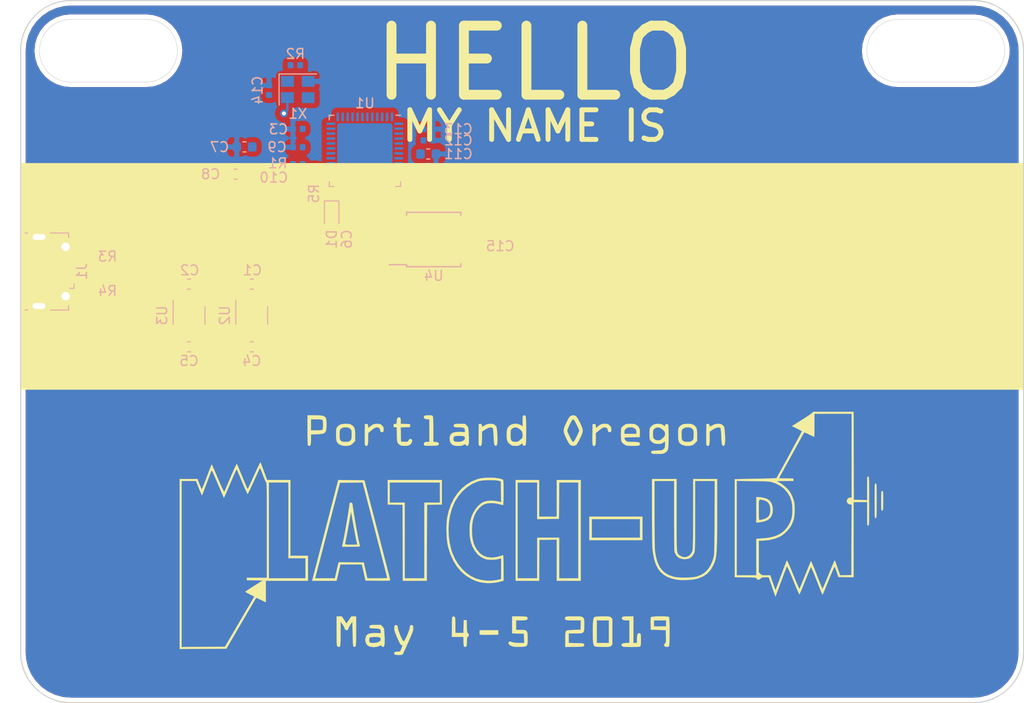
<source format=kicad_pcb>
(kicad_pcb (version 20190331) (host pcbnew "(5.1.0-218-ge90452d)")
  (layers (0 "F.Cu" signal) (31 "B.Cu" signal) (34 "B.Paste" user) (35 "F.Paste" user) (36 "B.SilkS" user) (37 "F.SilkS" user) (38 "B.Mask" user) (39 "F.Mask" user) (44 "Edge.Cuts" user))
  (net 0 "")
  (net 1 "Net-(U1-Pad48)")
  (net 2 "Net-(U1-Pad47)")
  (net 3 "Net-(U1-Pad46)")
  (net 4 "Net-(U1-Pad45)")
  (net 5 "Net-(U1-Pad44)")
  (net 6 "Net-(U1-Pad43)")
  (net 7 "Net-(U1-Pad42)")
  (net 8 "Net-(U1-Pad41)")
  (net 9 "Net-(U1-Pad40)")
  (net 10 "Net-(U1-Pad39)")
  (net 11 "Net-(U1-Pad38)")
  (net 12 "Net-(U1-Pad37)")
  (net 13 "Net-(U1-Pad36)")
  (net 14 "Net-(U1-Pad35)")
  (net 15 "Net-(U1-Pad34)")
  (net 16 "Net-(U1-Pad32)")
  (net 17 "Net-(U1-Pad31)")
  (net 18 "Net-(U1-Pad28)")
  (net 19 "Net-(U1-Pad25)")
  (net 20 "Net-(U1-Pad23)")
  (net 21 "Net-(U1-Pad21)")
  (net 22 "Net-(U1-Pad20)")
  (net 23 "Net-(U1-Pad19)")
  (net 24 "Net-(U1-Pad18)")
  (net 25 "Net-(U1-Pad13)")
  (net 26 "Net-(U1-Pad12)")
  (net 27 "Net-(U1-Pad11)")
  (net 28 "Net-(U1-Pad10)")
  (net 29 "Net-(U1-Pad9)")
  (net 30 "Net-(U1-Pad8)")
  (net 31 "Net-(U1-Pad7)")
  (net 32 "Net-(U1-Pad6)")
  (net 33 "Net-(U1-Pad4)")
  (net 34 "Net-(U1-Pad3)")
  (net 35 "Net-(U1-Pad2)")
  (net 36 "GND")
  (net 37 "+5V")
  (net 38 "+3V3")
  (net 39 "+1V2")
  (net 40 "Net-(C10-Pad1)")
  (net 41 "Net-(D1-Pad1)")
  (net 42 "Net-(U2-Pad4)")
  (net 43 "Net-(U3-Pad4)")
  (net 44 "Net-(R2-Pad1)")
  (net 45 "Net-(U4-Pad7)")
  (net 46 "Net-(U4-Pad3)")
  (net 47 "Net-(J?1555295715-Pad3)")
  (net 48 "Net-(R?1555303253-Pad1)")
  (net 49 "Net-(J?1555295715-Pad2)")
  (net 50 "Net-(R?1555309571-Pad1)")
  (net 51 "/ICE40_SPI_SI")
  (net 52 "/ICE40_SPI_SS")
  (net 53 "/ICE40_SPI_SCK")
  (net 54 "/ICE40_SPI_SO")
  (net 55 "Net-(J?1555295715-Pad4)")
  (module "latchup-badge:logo_1" (layer "F.Cu") (at 127 104.14)
    (fp_text reference "G***" hide)
    (fp_text value "LOGO" hide)
  )
  (module "latchup-badge:logo" (layer "F.Cu") (at 127 104.14)
    (fp_text reference "G***" hide)
    (fp_text value "LOGO" hide)
  )
  (module "Connector_USB:USB_Micro-B_Molex-105017-0001" (layer "B.Cu") (at 79.29372 78.2447 90)
    (fp_text reference "J1" (at 0 3.1125 270) (layer "B.SilkS") (effects (justify mirror)))
    (fp_text value "USB_B_Micro")
    (pad "6" smd rect (at -2.9 -1.2375 90) (size 1.2 1.9) (layers "B.Cu" "B.Mask") (net 36 "GND"))
    (pad "6" smd rect (at 2.9 -1.2375 90) (size 1.2 1.9) (layers "B.Cu" "B.Mask") (net 36 "GND"))
    (pad "6" thru_hole oval (at 3.5 -1.2375 90) (size 1.2 1.9) (drill oval 0.6 1.3) (layers *.Cu *.Mask) (net 36 "GND"))
    (pad "6" thru_hole oval (at -3.5 -1.2375 270) (size 1.2 1.9) (drill oval 0.6 1.3) (layers *.Cu *.Mask) (net 36 "GND"))
    (pad "6" smd rect (at -1 -1.2375 90) (size 1.5 1.9) (layers "B.Cu" "B.Paste" "B.Mask") (net 36 "GND"))
    (pad "6" thru_hole circle (at 2.5 1.4625 90) (size 1.45 1.45) (drill 0.85) (layers *.Cu *.Mask) (net 36 "GND"))
    (pad "3" smd rect (at 0 1.4625 90) (size 0.4 1.35) (layers "B.Cu" "B.Paste" "B.Mask") (net 47 "Net-(J?1555295715-Pad3)"))
    (pad "4" smd rect (at 0.65 1.4625 90) (size 0.4 1.35) (layers "B.Cu" "B.Paste" "B.Mask") (net 55 "Net-(J?1555295715-Pad4)"))
    (pad "5" smd rect (at 1.3 1.4625 90) (size 0.4 1.35) (layers "B.Cu" "B.Paste" "B.Mask") (net 36 "GND"))
    (pad "1" smd rect (at -1.3 1.4625 90) (size 0.4 1.35) (layers "B.Cu" "B.Paste" "B.Mask") (net 37 "+5V"))
    (pad "2" smd rect (at -0.65 1.4625 90) (size 0.4 1.35) (layers "B.Cu" "B.Paste" "B.Mask") (net 49 "Net-(J?1555295715-Pad2)"))
    (pad "6" thru_hole circle (at -2.5 1.4625 90) (size 1.45 1.45) (drill 0.85) (layers *.Cu *.Mask) (net 36 "GND"))
    (pad "6" smd rect (at 1 -1.2375 90) (size 1.5 1.9) (layers "B.Cu" "B.Paste" "B.Mask") (net 36 "GND"))
  )
  (module "Resistor_SMD:R_0402_1005Metric" (layer "B.Cu") (at 106.02214 68.28536 90)
    (fp_text reference "R5" (at -2.06756 -0.10922 270) (layer "B.SilkS") (effects (justify mirror)))
    (fp_text value "1.5K")
    (pad "2" smd roundrect (at 0.485 0 90) (size 0.59 0.64) (layers "B.Cu" "B.Paste" "B.Mask") (net 48 "Net-(R?1555303253-Pad1)"))
    (pad "1" smd roundrect (at -0.485 0 90) (size 0.59 0.64) (layers "B.Cu" "B.Paste" "B.Mask") (net 19 "Net-(U1-Pad25)"))
  )
  (module "Resistor_SMD:R_0402_1005Metric" (layer "B.Cu") (at 84.99602 78.9305 180)
    (fp_text reference "R4" (at -0.00254 -1.28524) (layer "B.SilkS") (effects (justify mirror)))
    (fp_text value "25")
    (pad "2" smd roundrect (at 0.485 0 180) (size 0.59 0.64) (layers "B.Cu" "B.Paste" "B.Mask") (net 49 "Net-(J?1555295715-Pad2)"))
    (pad "1" smd roundrect (at -0.485 0 180) (size 0.59 0.64) (layers "B.Cu" "B.Paste" "B.Mask") (net 50 "Net-(R?1555309571-Pad1)"))
  )
  (module "Resistor_SMD:R_0402_1005Metric" (layer "B.Cu") (at 84.99602 77.89164 180)
    (fp_text reference "R3" (at 0 1.17) (layer "B.SilkS") (effects (justify mirror)))
    (fp_text value "25")
    (pad "2" smd roundrect (at 0.485 0 180) (size 0.59 0.64) (layers "B.Cu" "B.Paste" "B.Mask") (net 47 "Net-(J?1555295715-Pad3)"))
    (pad "1" smd roundrect (at -0.485 0 180) (size 0.59 0.64) (layers "B.Cu" "B.Paste" "B.Mask") (net 48 "Net-(R?1555303253-Pad1)"))
  )
  (module "Package_SO:SOIJ-8_5.3x5.3mm_P1.27mm" (layer "B.Cu") (at 118.04396 75.00112)
    (fp_text reference "U4" (at 0 3.68) (layer "B.SilkS") (effects (justify mirror)))
    (fp_text value "M25PX32-VMW")
    (pad "8" smd rect (at 3.65 1.905) (size 1.7 0.65) (layers "B.Cu" "B.Paste" "B.Mask") (net 38 "+3V3"))
    (pad "7" smd rect (at 3.65 0.635) (size 1.7 0.65) (layers "B.Cu" "B.Paste" "B.Mask") (net 45 "Net-(U4-Pad7)"))
    (pad "6" smd rect (at 3.65 -0.635) (size 1.7 0.65) (layers "B.Cu" "B.Paste" "B.Mask") (net 53 "/ICE40_SPI_SCK"))
    (pad "5" smd rect (at 3.65 -1.905) (size 1.7 0.65) (layers "B.Cu" "B.Paste" "B.Mask") (net 54 "/ICE40_SPI_SO"))
    (pad "4" smd rect (at -3.65 -1.905) (size 1.7 0.65) (layers "B.Cu" "B.Paste" "B.Mask") (net 36 "GND"))
    (pad "3" smd rect (at -3.65 -0.635) (size 1.7 0.65) (layers "B.Cu" "B.Paste" "B.Mask") (net 46 "Net-(U4-Pad3)"))
    (pad "2" smd rect (at -3.65 0.635) (size 1.7 0.65) (layers "B.Cu" "B.Paste" "B.Mask") (net 51 "/ICE40_SPI_SI"))
    (pad "1" smd rect (at -3.65 1.905) (size 1.7 0.65) (layers "B.Cu" "B.Paste" "B.Mask") (net 52 "/ICE40_SPI_SS"))
  )
  (module "Capacitor_SMD:C_0402_1005Metric" (layer "B.Cu") (at 124.78258 76.84262 180)
    (fp_text reference "C15" (at 0 1.17) (layer "B.SilkS") (effects (justify mirror)))
    (fp_text value ".1uF")
    (pad "2" smd roundrect (at 0.485 0 180) (size 0.59 0.64) (layers "B.Cu" "B.Paste" "B.Mask") (net 38 "+3V3"))
    (pad "1" smd roundrect (at -0.485 0 180) (size 0.59 0.64) (layers "B.Cu" "B.Paste" "B.Mask") (net 36 "GND"))
  )
  (module "Oscillator:Oscillator_SMD_Abracon_ASE-4Pin_3.2x2.5mm" (layer "B.Cu") (at 104.275241 59.809039)
    (fp_text reference "X1" (at 0 2.45 180) (layer "B.SilkS") (effects (justify mirror)))
    (fp_text value "ASE-12.000MHz")
    (pad "4" smd rect (at -1.05 0.825) (size 1.3 1.1) (layers "B.Cu" "B.Paste" "B.Mask") (net 38 "+3V3"))
    (pad "3" smd rect (at 1.05 0.825) (size 1.3 1.1) (layers "B.Cu" "B.Paste" "B.Mask") (net 14 "Net-(U1-Pad35)"))
    (pad "2" smd rect (at 1.05 -0.825) (size 1.3 1.1) (layers "B.Cu" "B.Paste" "B.Mask") (net 36 "GND"))
    (pad "1" smd rect (at -1.05 -0.825) (size 1.3 1.1) (layers "B.Cu" "B.Paste" "B.Mask") (net 44 "Net-(R2-Pad1)"))
  )
  (module "Resistor_SMD:R_0402_1005Metric" (layer "B.Cu") (at 104.02824 57.34304)
    (fp_text reference "R2" (at 0 -1.143 180) (layer "B.SilkS") (effects (justify mirror)))
    (fp_text value "10K")
    (pad "2" smd roundrect (at 0.485 0) (size 0.59 0.64) (layers "B.Cu" "B.Paste" "B.Mask") (net 38 "+3V3"))
    (pad "1" smd roundrect (at -0.485 0) (size 0.59 0.64) (layers "B.Cu" "B.Paste" "B.Mask") (net 44 "Net-(R2-Pad1)"))
  )
  (module "Capacitor_SMD:C_0402_1005Metric" (layer "B.Cu") (at 101.36124 59.88304 270)
    (fp_text reference "C14" (at 0 1.17 90) (layer "B.SilkS") (effects (justify mirror)))
    (fp_text value ".1uF")
    (pad "2" smd roundrect (at 0.485 0 270) (size 0.59 0.64) (layers "B.Cu" "B.Paste" "B.Mask") (net 38 "+3V3"))
    (pad "1" smd roundrect (at -0.485 0 270) (size 0.59 0.64) (layers "B.Cu" "B.Paste" "B.Mask") (net 36 "GND"))
  )
  (module "Package_TO_SOT_SMD:SOT-23-5" (layer "B.Cu") (at 93.258392 82.697579 270)
    (fp_text reference "U3" (at -0.002799 2.727712 90) (layer "B.SilkS") (effects (justify mirror)))
    (fp_text value "TLV70033_SOT23-5")
    (pad "5" smd rect (at 1.1 0.95 270) (size 1.06 0.65) (layers "B.Cu" "B.Paste" "B.Mask") (net 38 "+3V3"))
    (pad "4" smd rect (at 1.1 -0.95 270) (size 1.06 0.65) (layers "B.Cu" "B.Paste" "B.Mask") (net 43 "Net-(U3-Pad4)"))
    (pad "3" smd rect (at -1.1 -0.95 270) (size 1.06 0.65) (layers "B.Cu" "B.Paste" "B.Mask") (net 37 "+5V"))
    (pad "2" smd rect (at -1.1 0 270) (size 1.06 0.65) (layers "B.Cu" "B.Paste" "B.Mask") (net 36 "GND"))
    (pad "1" smd rect (at -1.1 0.95 270) (size 1.06 0.65) (layers "B.Cu" "B.Paste" "B.Mask") (net 37 "+5V"))
  )
  (module "Package_TO_SOT_SMD:SOT-23-5" (layer "B.Cu") (at 99.608392 82.697579 270)
    (fp_text reference "U2" (at -0.002799 2.727712 90) (layer "B.SilkS") (effects (justify mirror)))
    (fp_text value "TLV70012_SOT23-5")
    (pad "5" smd rect (at 1.1 0.95 270) (size 1.06 0.65) (layers "B.Cu" "B.Paste" "B.Mask") (net 39 "+1V2"))
    (pad "4" smd rect (at 1.1 -0.95 270) (size 1.06 0.65) (layers "B.Cu" "B.Paste" "B.Mask") (net 42 "Net-(U2-Pad4)"))
    (pad "3" smd rect (at -1.1 -0.95 270) (size 1.06 0.65) (layers "B.Cu" "B.Paste" "B.Mask") (net 37 "+5V"))
    (pad "2" smd rect (at -1.1 0 270) (size 1.06 0.65) (layers "B.Cu" "B.Paste" "B.Mask") (net 36 "GND"))
    (pad "1" smd rect (at -1.1 0.95 270) (size 1.06 0.65) (layers "B.Cu" "B.Paste" "B.Mask") (net 37 "+5V"))
  )
  (module "Resistor_SMD:R_0402_1005Metric" (layer "B.Cu") (at 104.28224 67.37604 180)
    (fp_text reference "R1" (at 2.03708 0.09144) (layer "B.SilkS") (effects (justify mirror)))
    (fp_text value "100")
    (pad "2" smd roundrect (at 0.485 0 180) (size 0.59 0.64) (layers "B.Cu" "B.Paste" "B.Mask") (net 40 "Net-(C10-Pad1)"))
    (pad "1" smd roundrect (at -0.485 0 180) (size 0.59 0.64) (layers "B.Cu" "B.Paste" "B.Mask") (net 39 "+1V2"))
  )
  (module "Diode_SMD:D_0603_1608Metric" (layer "B.Cu") (at 107.71124 72.58304 270)
    (fp_text reference "D1" (at 2.3875 0 90) (layer "B.SilkS") (effects (justify mirror)))
    (fp_text value "CDBU0520")
    (pad "2" smd roundrect (at 0.7875 0 270) (size 0.875 0.95) (layers "B.Cu" "B.Paste" "B.Mask") (net 38 "+3V3"))
    (pad "1" smd roundrect (at -0.7875 0 270) (size 0.875 0.95) (layers "B.Cu" "B.Paste" "B.Mask") (net 41 "Net-(D1-Pad1)"))
  )
  (module "Capacitor_SMD:C_0402_1005Metric" (layer "B.Cu") (at 117.49024 63.82004 180)
    (fp_text reference "C13" (at -3.048 0) (layer "B.SilkS") (effects (justify mirror)))
    (fp_text value ".1uF")
    (pad "2" smd roundrect (at 0.485 0 180) (size 0.59 0.64) (layers "B.Cu" "B.Paste" "B.Mask") (net 38 "+3V3"))
    (pad "1" smd roundrect (at -0.485 0 180) (size 0.59 0.64) (layers "B.Cu" "B.Paste" "B.Mask") (net 36 "GND"))
  )
  (module "Capacitor_SMD:C_0402_1005Metric" (layer "B.Cu") (at 117.49024 64.96304)
    (fp_text reference "C12" (at 3.048 0 180) (layer "B.SilkS") (effects (justify mirror)))
    (fp_text value ".1uF")
    (pad "2" smd roundrect (at 0.485 0) (size 0.59 0.64) (layers "B.Cu" "B.Paste" "B.Mask") (net 36 "GND"))
    (pad "1" smd roundrect (at -0.485 0) (size 0.59 0.64) (layers "B.Cu" "B.Paste" "B.Mask") (net 39 "+1V2"))
  )
  (module "Capacitor_SMD:C_0603_1608Metric" (layer "B.Cu") (at 117.49013 66.339846)
    (fp_text reference "C11" (at 3.048 0 180) (layer "B.SilkS") (effects (justify mirror)))
    (fp_text value "10uF")
    (pad "2" smd roundrect (at 0.7875 0) (size 0.875 0.95) (layers "B.Cu" "B.Paste" "B.Mask") (net 36 "GND"))
    (pad "1" smd roundrect (at -0.7875 0) (size 0.875 0.95) (layers "B.Cu" "B.Paste" "B.Mask") (net 39 "+1V2"))
  )
  (module "Capacitor_SMD:C_0402_1005Metric" (layer "B.Cu") (at 104.28224 68.39204 180)
    (fp_text reference "C10" (at 2.4384 -0.33274) (layer "B.SilkS") (effects (justify mirror)))
    (fp_text value ".1uF")
    (pad "2" smd roundrect (at 0.485 0 180) (size 0.59 0.64) (layers "B.Cu" "B.Paste" "B.Mask") (net 36 "GND"))
    (pad "1" smd roundrect (at -0.485 0 180) (size 0.59 0.64) (layers "B.Cu" "B.Paste" "B.Mask") (net 40 "Net-(C10-Pad1)"))
  )
  (module "Capacitor_SMD:C_0402_1005Metric" (layer "B.Cu") (at 104.28478 65.65138 180)
    (fp_text reference "C9" (at 2.11582 0.01016) (layer "B.SilkS") (effects (justify mirror)))
    (fp_text value ".1uF")
    (pad "2" smd roundrect (at 0.485 0 180) (size 0.59 0.64) (layers "B.Cu" "B.Paste" "B.Mask") (net 36 "GND"))
    (pad "1" smd roundrect (at -0.485 0 180) (size 0.59 0.64) (layers "B.Cu" "B.Paste" "B.Mask") (net 39 "+1V2"))
  )
  (module "Capacitor_SMD:C_0603_1608Metric" (layer "B.Cu") (at 97.9805 68.38696 180)
    (fp_text reference "C8" (at 2.54 0) (layer "B.SilkS") (effects (justify mirror)))
    (fp_text value "10uF")
    (pad "2" smd roundrect (at 0.7875 0 180) (size 0.875 0.95) (layers "B.Cu" "B.Paste" "B.Mask") (net 36 "GND"))
    (pad "1" smd roundrect (at -0.7875 0 180) (size 0.875 0.95) (layers "B.Cu" "B.Paste" "B.Mask") (net 40 "Net-(C10-Pad1)"))
  )
  (module "Capacitor_SMD:C_0603_1608Metric" (layer "B.Cu") (at 98.87966 65.6209 180)
    (fp_text reference "C7" (at 2.54 -0.020194) (layer "B.SilkS") (effects (justify mirror)))
    (fp_text value "10uF")
    (pad "2" smd roundrect (at 0.7875 0 180) (size 0.875 0.95) (layers "B.Cu" "B.Paste" "B.Mask") (net 36 "GND"))
    (pad "1" smd roundrect (at -0.7875 0 180) (size 0.875 0.95) (layers "B.Cu" "B.Paste" "B.Mask") (net 39 "+1V2"))
  )
  (module "Capacitor_SMD:C_0402_1005Metric" (layer "B.Cu") (at 109.23524 72.58304 90)
    (fp_text reference "C6" (at -2.39 0 270) (layer "B.SilkS") (effects (justify mirror)))
    (fp_text value ".1uF")
    (pad "2" smd roundrect (at 0.485 0 90) (size 0.59 0.64) (layers "B.Cu" "B.Paste" "B.Mask") (net 38 "+3V3"))
    (pad "1" smd roundrect (at -0.485 0 90) (size 0.59 0.64) (layers "B.Cu" "B.Paste" "B.Mask") (net 36 "GND"))
  )
  (module "Capacitor_SMD:C_0603_1608Metric" (layer "B.Cu") (at 93.258392 85.872579)
    (fp_text reference "C5" (at 0 1.43 180) (layer "B.SilkS") (effects (justify mirror)))
    (fp_text value "1uF")
    (pad "2" smd roundrect (at 0.7875 0) (size 0.875 0.95) (layers "B.Cu" "B.Paste" "B.Mask") (net 36 "GND"))
    (pad "1" smd roundrect (at -0.7875 0) (size 0.875 0.95) (layers "B.Cu" "B.Paste" "B.Mask") (net 38 "+3V3"))
  )
  (module "Capacitor_SMD:C_0603_1608Metric" (layer "B.Cu") (at 99.608392 85.872579)
    (fp_text reference "C4" (at 0 1.43 180) (layer "B.SilkS") (effects (justify mirror)))
    (fp_text value "1uF")
    (pad "2" smd roundrect (at 0.7875 0) (size 0.875 0.95) (layers "B.Cu" "B.Paste" "B.Mask") (net 36 "GND"))
    (pad "1" smd roundrect (at -0.7875 0) (size 0.875 0.95) (layers "B.Cu" "B.Paste" "B.Mask") (net 39 "+1V2"))
  )
  (module "Capacitor_SMD:C_0402_1005Metric" (layer "B.Cu") (at 104.282129 63.799845)
    (fp_text reference "C3" (at -1.968389 0.037975 180) (layer "B.SilkS") (effects (justify mirror)))
    (fp_text value ".1uF")
    (pad "2" smd roundrect (at 0.485 0) (size 0.59 0.64) (layers "B.Cu" "B.Paste" "B.Mask") (net 38 "+3V3"))
    (pad "1" smd roundrect (at -0.485 0) (size 0.59 0.64) (layers "B.Cu" "B.Paste" "B.Mask") (net 36 "GND"))
  )
  (module "Capacitor_SMD:C_0603_1608Metric" (layer "B.Cu") (at 93.258392 79.522579)
    (fp_text reference "C2" (at 0.066288 -1.399799 180) (layer "B.SilkS") (effects (justify mirror)))
    (fp_text value "1uF")
    (pad "2" smd roundrect (at 0.7875 0) (size 0.875 0.95) (layers "B.Cu" "B.Paste" "B.Mask") (net 36 "GND"))
    (pad "1" smd roundrect (at -0.7875 0) (size 0.875 0.95) (layers "B.Cu" "B.Paste" "B.Mask") (net 37 "+5V"))
  )
  (module "Capacitor_SMD:C_0603_1608Metric" (layer "B.Cu") (at 99.608392 79.522579)
    (fp_text reference "C1" (at 0.066288 -1.399799 180) (layer "B.SilkS") (effects (justify mirror)))
    (fp_text value "1uF")
    (pad "2" smd roundrect (at 0.7875 0) (size 0.875 0.95) (layers "B.Cu" "B.Paste" "B.Mask") (net 36 "GND"))
    (pad "1" smd roundrect (at -0.7875 0) (size 0.875 0.95) (layers "B.Cu" "B.Paste" "B.Mask") (net 37 "+5V"))
  )
  (module "Package_DFN_QFN:QFN-48-1EP_7x7mm_P0.5mm_EP5.6x5.6mm" (layer "B.Cu") (at 111.072129 66.023846 180)
    (fp_text reference "U1" (at 0 4.82) (layer "B.SilkS") (effects (justify mirror)))
    (fp_text value "ICE40UP5K-SG48ITR")
    (pad "48" smd roundrect (at -2.75 3.4375 180) (size 0.25 0.875) (layers "B.Cu" "B.Paste" "B.Mask") (net 1 "Net-(U1-Pad48)"))
    (pad "47" smd roundrect (at -2.25 3.4375 180) (size 0.25 0.875) (layers "B.Cu" "B.Paste" "B.Mask") (net 2 "Net-(U1-Pad47)"))
    (pad "46" smd roundrect (at -1.75 3.4375 180) (size 0.25 0.875) (layers "B.Cu" "B.Paste" "B.Mask") (net 3 "Net-(U1-Pad46)"))
    (pad "45" smd roundrect (at -1.25 3.4375 180) (size 0.25 0.875) (layers "B.Cu" "B.Paste" "B.Mask") (net 4 "Net-(U1-Pad45)"))
    (pad "44" smd roundrect (at -0.75 3.4375 180) (size 0.25 0.875) (layers "B.Cu" "B.Paste" "B.Mask") (net 5 "Net-(U1-Pad44)"))
    (pad "43" smd roundrect (at -0.25 3.4375 180) (size 0.25 0.875) (layers "B.Cu" "B.Paste" "B.Mask") (net 6 "Net-(U1-Pad43)"))
    (pad "42" smd roundrect (at 0.25 3.4375 180) (size 0.25 0.875) (layers "B.Cu" "B.Paste" "B.Mask") (net 7 "Net-(U1-Pad42)"))
    (pad "41" smd roundrect (at 0.75 3.4375 180) (size 0.25 0.875) (layers "B.Cu" "B.Paste" "B.Mask") (net 8 "Net-(U1-Pad41)"))
    (pad "40" smd roundrect (at 1.25 3.4375 180) (size 0.25 0.875) (layers "B.Cu" "B.Paste" "B.Mask") (net 9 "Net-(U1-Pad40)"))
    (pad "39" smd roundrect (at 1.75 3.4375 180) (size 0.25 0.875) (layers "B.Cu" "B.Paste" "B.Mask") (net 10 "Net-(U1-Pad39)"))
    (pad "38" smd roundrect (at 2.25 3.4375 180) (size 0.25 0.875) (layers "B.Cu" "B.Paste" "B.Mask") (net 11 "Net-(U1-Pad38)"))
    (pad "37" smd roundrect (at 2.75 3.4375 180) (size 0.25 0.875) (layers "B.Cu" "B.Paste" "B.Mask") (net 12 "Net-(U1-Pad37)"))
    (pad "36" smd roundrect (at 3.4375 2.75 180) (size 0.875 0.25) (layers "B.Cu" "B.Paste" "B.Mask") (net 13 "Net-(U1-Pad36)"))
    (pad "35" smd roundrect (at 3.4375 2.25 180) (size 0.875 0.25) (layers "B.Cu" "B.Paste" "B.Mask") (net 14 "Net-(U1-Pad35)"))
    (pad "34" smd roundrect (at 3.4375 1.75 180) (size 0.875 0.25) (layers "B.Cu" "B.Paste" "B.Mask") (net 15 "Net-(U1-Pad34)"))
    (pad "33" smd roundrect (at 3.4375 1.25 180) (size 0.875 0.25) (layers "B.Cu" "B.Paste" "B.Mask") (net 38 "+3V3"))
    (pad "32" smd roundrect (at 3.4375 0.75 180) (size 0.875 0.25) (layers "B.Cu" "B.Paste" "B.Mask") (net 16 "Net-(U1-Pad32)"))
    (pad "31" smd roundrect (at 3.4375 0.25 180) (size 0.875 0.25) (layers "B.Cu" "B.Paste" "B.Mask") (net 17 "Net-(U1-Pad31)"))
    (pad "30" smd roundrect (at 3.4375 -0.25 180) (size 0.875 0.25) (layers "B.Cu" "B.Paste" "B.Mask") (net 39 "+1V2"))
    (pad "29" smd roundrect (at 3.4375 -0.75 180) (size 0.875 0.25) (layers "B.Cu" "B.Paste" "B.Mask") (net 40 "Net-(C10-Pad1)"))
    (pad "28" smd roundrect (at 3.4375 -1.25 180) (size 0.875 0.25) (layers "B.Cu" "B.Paste" "B.Mask") (net 18 "Net-(U1-Pad28)"))
    (pad "27" smd roundrect (at 3.4375 -1.75 180) (size 0.875 0.25) (layers "B.Cu" "B.Paste" "B.Mask") (net 48 "Net-(R?1555303253-Pad1)"))
    (pad "26" smd roundrect (at 3.4375 -2.25 180) (size 0.875 0.25) (layers "B.Cu" "B.Paste" "B.Mask") (net 50 "Net-(R?1555309571-Pad1)"))
    (pad "25" smd roundrect (at 3.4375 -2.75 180) (size 0.875 0.25) (layers "B.Cu" "B.Paste" "B.Mask") (net 19 "Net-(U1-Pad25)"))
    (pad "24" smd roundrect (at 2.75 -3.4375 180) (size 0.25 0.875) (layers "B.Cu" "B.Paste" "B.Mask") (net 41 "Net-(D1-Pad1)"))
    (pad "23" smd roundrect (at 2.25 -3.4375 180) (size 0.25 0.875) (layers "B.Cu" "B.Paste" "B.Mask") (net 20 "Net-(U1-Pad23)"))
    (pad "22" smd roundrect (at 1.75 -3.4375 180) (size 0.25 0.875) (layers "B.Cu" "B.Paste" "B.Mask") (net 38 "+3V3"))
    (pad "21" smd roundrect (at 1.25 -3.4375 180) (size 0.25 0.875) (layers "B.Cu" "B.Paste" "B.Mask") (net 21 "Net-(U1-Pad21)"))
    (pad "20" smd roundrect (at 0.75 -3.4375 180) (size 0.25 0.875) (layers "B.Cu" "B.Paste" "B.Mask") (net 22 "Net-(U1-Pad20)"))
    (pad "19" smd roundrect (at 0.25 -3.4375 180) (size 0.25 0.875) (layers "B.Cu" "B.Paste" "B.Mask") (net 23 "Net-(U1-Pad19)"))
    (pad "18" smd roundrect (at -0.25 -3.4375 180) (size 0.25 0.875) (layers "B.Cu" "B.Paste" "B.Mask") (net 24 "Net-(U1-Pad18)"))
    (pad "17" smd roundrect (at -0.75 -3.4375 180) (size 0.25 0.875) (layers "B.Cu" "B.Paste" "B.Mask") (net 51 "/ICE40_SPI_SI"))
    (pad "16" smd roundrect (at -1.25 -3.4375 180) (size 0.25 0.875) (layers "B.Cu" "B.Paste" "B.Mask") (net 52 "/ICE40_SPI_SS"))
    (pad "15" smd roundrect (at -1.75 -3.4375 180) (size 0.25 0.875) (layers "B.Cu" "B.Paste" "B.Mask") (net 53 "/ICE40_SPI_SCK"))
    (pad "14" smd roundrect (at -2.25 -3.4375 180) (size 0.25 0.875) (layers "B.Cu" "B.Paste" "B.Mask") (net 54 "/ICE40_SPI_SO"))
    (pad "13" smd roundrect (at -2.75 -3.4375 180) (size 0.25 0.875) (layers "B.Cu" "B.Paste" "B.Mask") (net 25 "Net-(U1-Pad13)"))
    (pad "12" smd roundrect (at -3.4375 -2.75 180) (size 0.875 0.25) (layers "B.Cu" "B.Paste" "B.Mask") (net 26 "Net-(U1-Pad12)"))
    (pad "11" smd roundrect (at -3.4375 -2.25 180) (size 0.875 0.25) (layers "B.Cu" "B.Paste" "B.Mask") (net 27 "Net-(U1-Pad11)"))
    (pad "10" smd roundrect (at -3.4375 -1.75 180) (size 0.875 0.25) (layers "B.Cu" "B.Paste" "B.Mask") (net 28 "Net-(U1-Pad10)"))
    (pad "9" smd roundrect (at -3.4375 -1.25 180) (size 0.875 0.25) (layers "B.Cu" "B.Paste" "B.Mask") (net 29 "Net-(U1-Pad9)"))
    (pad "8" smd roundrect (at -3.4375 -0.75 180) (size 0.875 0.25) (layers "B.Cu" "B.Paste" "B.Mask") (net 30 "Net-(U1-Pad8)"))
    (pad "7" smd roundrect (at -3.4375 -0.25 180) (size 0.875 0.25) (layers "B.Cu" "B.Paste" "B.Mask") (net 31 "Net-(U1-Pad7)"))
    (pad "6" smd roundrect (at -3.4375 0.25 180) (size 0.875 0.25) (layers "B.Cu" "B.Paste" "B.Mask") (net 32 "Net-(U1-Pad6)"))
    (pad "5" smd roundrect (at -3.4375 0.75 180) (size 0.875 0.25) (layers "B.Cu" "B.Paste" "B.Mask") (net 39 "+1V2"))
    (pad "4" smd roundrect (at -3.4375 1.25 180) (size 0.875 0.25) (layers "B.Cu" "B.Paste" "B.Mask") (net 33 "Net-(U1-Pad4)"))
    (pad "3" smd roundrect (at -3.4375 1.75 180) (size 0.875 0.25) (layers "B.Cu" "B.Paste" "B.Mask") (net 34 "Net-(U1-Pad3)"))
    (pad "2" smd roundrect (at -3.4375 2.25 180) (size 0.875 0.25) (layers "B.Cu" "B.Paste" "B.Mask") (net 35 "Net-(U1-Pad2)"))
    (pad "1" smd roundrect (at -3.4375 2.75 180) (size 0.875 0.25) (layers "B.Cu" "B.Paste" "B.Mask") (net 38 "+3V3"))
    (pad "49" smd roundrect (at 0 0 180) (size 5.6 5.6) (layers "B.Cu" "B.Mask") (roundrect_rratio 0.044643) (net 36 "GND"))
  )
  (gr_text "MY NAME IS" (at 128.27 63.5) (layer "F.SilkS") (effects (font (size 3 3) (thickness 0.5))))
  (gr_text "HELLO" (at 128.27 57.15) (layer "F.SilkS") (effects (font (size 7 7) (thickness 1))))
  (gr_poly (pts (xy 76.2 67.31) (xy 177.8 67.31) (xy 177.8 90.17) (xy 76.2 90.17)) (layer "F.SilkS") (width 0.1))
  (gr_line (start 165.1 59.055) (end 172.72 59.055) (layer "Edge.Cuts") (width 0.05))
  (gr_arc (start 165.1 55.88) (end 165.1 52.705) (angle -180) (layer "Edge.Cuts") (width 0.05))
  (gr_arc (start 172.72 55.88) (end 172.72 59.055) (angle -180) (layer "Edge.Cuts") (width 0.05))
  (gr_line (start 165.1 52.705) (end 172.72 52.705) (layer "Edge.Cuts") (width 0.05))
  (gr_line (start 81.28 59.055) (end 88.9 59.055) (layer "Edge.Cuts") (width 0.05))
  (gr_line (start 81.28 52.705) (end 88.9 52.705) (layer "Edge.Cuts") (width 0.05))
  (gr_arc (start 88.9 55.88) (end 88.9 59.055) (angle -180) (layer "Edge.Cuts") (width 0.05))
  (gr_arc (start 81.28 55.88) (end 81.28 52.705) (angle -180) (layer "Edge.Cuts") (width 0.05))
  (gr_arc (start 81.28 55.88) (end 81.28 50.8) (angle -90) (layer "Edge.Cuts") (width 0.12))
  (gr_arc (start 81.28 116.84) (end 76.2 116.84) (angle -90) (layer "Edge.Cuts") (width 0.12))
  (gr_arc (start 172.72 116.84) (end 172.72 121.92) (angle -90) (layer "Edge.Cuts") (width 0.12))
  (gr_arc (start 172.72 55.88) (end 177.8 55.88) (angle -90) (layer "Edge.Cuts") (width 0.12))
  (gr_line (start 76.2 116.84) (end 76.2 55.88) (layer "Edge.Cuts") (width 0.12))
  (gr_line (start 81.28 121.92) (end 172.72 121.92) (layer "Edge.Cuts") (width 0.12))
  (gr_line (start 177.8 55.88) (end 177.8 116.84) (layer "Edge.Cuts") (width 0.12))
  (gr_line (start 81.28 50.8) (end 172.72 50.8) (layer "Edge.Cuts") (width 0.12))
  (via (at 102.87 62.23) (size 0.8) (drill 0.4) (layers "F.Cu" "B.Cu") (net 38))
  (segment (start 103.225241 61.874759) (end 102.87 62.23) (width 0.25) (layer "B.Cu") (net 38))
  (segment (start 103.225241 60.634039) (end 103.225241 61.874759) (width 0.25) (layer "B.Cu") (net 38))
  (zone (net 36) (net_name "GND") (layer "B.Cu") (connect_pads (clearance 0.508)) (min_thickness 0.254) (fill yes (arc_segments 32) (thermal_gap 0.508) (thermal_bridge_width 0.508))
    (polygon (pts (xy 76.2 121.92) (xy 177.8 121.92) (xy 177.8 50.8) (xy 76.2 50.8)))
  )
  (zone (net 38) (net_name "+3V3") (layer "F.Cu") (connect_pads (clearance 0.508)) (min_thickness 0.254) (fill yes (arc_segments 32) (thermal_gap 0.508) (thermal_bridge_width 0.508))
    (polygon (pts (xy 76.2 121.92) (xy 177.8 121.92) (xy 177.8 50.8) (xy 76.2 50.8)))
  )
)
</source>
